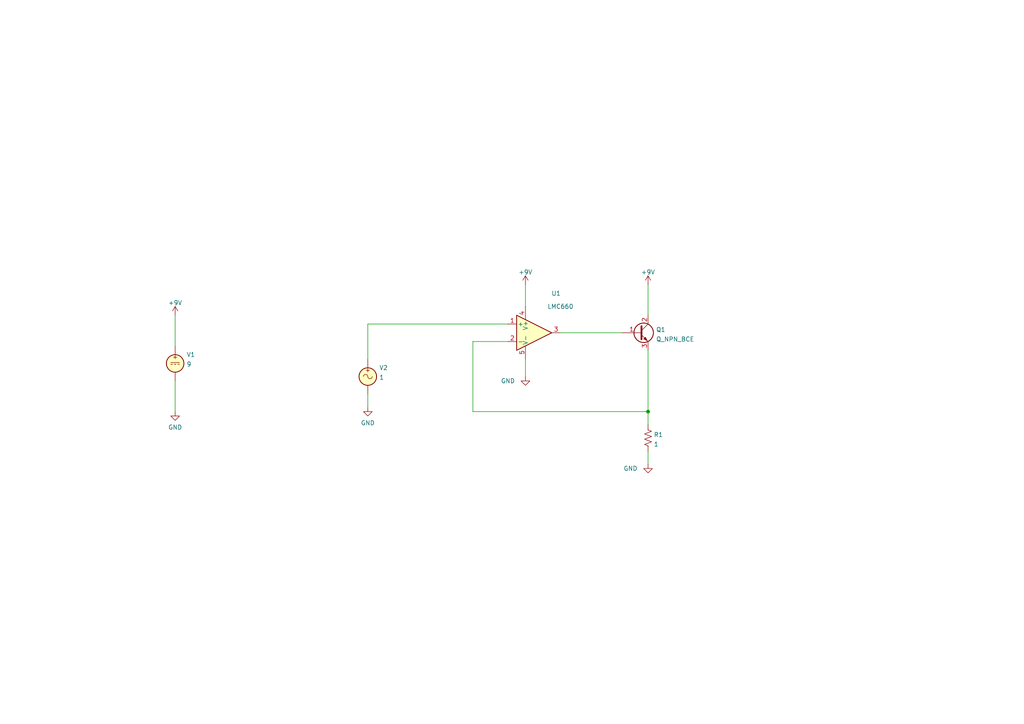
<source format=kicad_sch>
(kicad_sch (version 20211123) (generator eeschema)
  (paper "A4")
  (lib_symbols
    (symbol "Device:Q_NPN_BCE" (pin_names (offset 0) hide)
      (property "Reference" "Q" (at 5.08 1.27 0))
      (property "Value" "Q_NPN_BCE" (at 5.08 -1.27 0))
      (symbol "Q_NPN_BCE_0_1"
        (polyline (pts (xy 0.635 0.635) (xy 2.54 2.54)))
        (polyline (pts (xy 0.635 -0.635) (xy 2.54 -2.54) (xy 2.54 -2.54)))
        (polyline (pts (xy 0.635 1.905) (xy 0.635 -1.905) (xy 0.635 -1.905)) (stroke (width 0.508)))
        (polyline (pts (xy 1.27 -1.778) (xy 1.778 -1.27) (xy 2.286 -2.286) (xy 1.27 -1.778) (xy 1.27 -1.778)) (fill (type outline)))
        (circle (center 1.27 0) (radius 2.8194) (stroke (width 0.254)))
      )
      (symbol "Q_NPN_BCE_1_1"
        (pin input line (at -5.08 0 0) (length 5.715) (name "B") (number "1"))
        (pin passive line (at 2.54 5.08 270) (length 2.54) (name "C") (number "2"))
        (pin passive line (at 2.54 -5.08 90) (length 2.54) (name "E") (number "3"))
      )
    )
    (symbol "Device:R_US" (pin_numbers hide) (pin_names (offset 0))
      (property "Reference" "R" (at 2.54 0 90))
      (property "Value" "R_US" (at -2.54 0 90))
      (symbol "R_US_0_1"
        (polyline (pts (xy 0 -2.286) (xy 0 -2.54)))
        (polyline (pts (xy 0 2.286) (xy 0 2.54)))
        (polyline (pts (xy 0 -0.762) (xy 1.016 -1.143) (xy 0 -1.524) (xy -1.016 -1.905) (xy 0 -2.286)))
        (polyline (pts (xy 0 0.762) (xy 1.016 0.381) (xy 0 0) (xy -1.016 -0.381) (xy 0 -0.762)))
        (polyline (pts (xy 0 2.286) (xy 1.016 1.905) (xy 0 1.524) (xy -1.016 1.143) (xy 0 0.762)))
      )
      (symbol "R_US_1_1"
        (pin passive line (at 0 3.81 270) (length 1.27) (name "~") (number "1"))
        (pin passive line (at 0 -3.81 90) (length 1.27) (name "~") (number "2"))
      )
    )
    (symbol "Simulation_SPICE:OPAMP" (pin_names (offset 0.254))
      (property "Reference" "U" (at 3.81 3.175 0))
      (property "Value" "OPAMP" (at 3.81 -3.175 0))
      (symbol "OPAMP_0_1"
        (polyline (pts (xy 5.08 0) (xy -5.08 5.08) (xy -5.08 -5.08) (xy 5.08 0)) (stroke (width 0.254)) (fill (type background)))
      )
      (symbol "OPAMP_1_1"
        (pin input line (at -7.62 2.54 0) (length 2.54) (name "+") (number "1"))
        (pin input line (at -7.62 -2.54 0) (length 2.54) (name "-") (number "2"))
        (pin output line (at 7.62 0 180) (length 2.54) (name "~") (number "3"))
        (pin power_in line (at -2.54 7.62 270) (length 3.81) (name "V+") (number "4"))
        (pin power_in line (at -2.54 -7.62 90) (length 3.81) (name "V-") (number "5"))
      )
    )
    (symbol "Simulation_SPICE:VDC" (pin_numbers hide) (pin_names (offset 0.0254))
      (property "Reference" "V" (at 2.54 2.54 0))
      (property "Value" "VDC" (at 2.54 0 0))
      (property "Spice_Model" "dc(1)" (at 2.54 -2.54 0))
      (symbol "VDC_0_0"
        (polyline (pts (xy -1.27 0.254) (xy 1.27 0.254)))
        (polyline (pts (xy -0.762 -0.254) (xy -1.27 -0.254)))
        (polyline (pts (xy 0.254 -0.254) (xy -0.254 -0.254)))
        (polyline (pts (xy 1.27 -0.254) (xy 0.762 -0.254)))
        (text "+" (at 0 1.905 0) (effects (font (size 1.27 1.27))))
      )
      (symbol "VDC_0_1"
        (circle (center 0 0) (radius 2.54) (stroke (width 0.254)) (fill (type background)))
      )
      (symbol "VDC_1_1"
        (pin passive line (at 0 5.08 270) (length 2.54) (name "~") (number "1"))
        (pin passive line (at 0 -5.08 90) (length 2.54) (name "~") (number "2"))
      )
    )
    (symbol "Simulation_SPICE:VSIN" (pin_numbers hide) (pin_names (offset 0.0254))
      (property "Reference" "V" (at 2.54 2.54 0))
      (property "Value" "VSIN" (at 2.54 0 0))
      (property "Spice_Model" "sin(0 1 1k)" (at 2.54 -2.54 0))
      (symbol "VSIN_0_0"
        (arc (start 0 0) (mid -0.635 0.635) (end -1.27 0))
        (arc (start 0 0) (mid 0.635 -0.635) (end 1.27 0))
        (text "+" (at 0 1.905 0) (effects (font (size 1.27 1.27))))
      )
      (symbol "VSIN_0_1"
        (circle (center 0 0) (radius 2.54) (stroke (width 0.254)) (fill (type background)))
      )
      (symbol "VSIN_1_1"
        (pin passive line (at 0 5.08 270) (length 2.54) (name "~") (number "1"))
        (pin passive line (at 0 -5.08 90) (length 2.54) (name "~") (number "2"))
      )
    )
    (symbol "power:+9V" (power) (pin_names (offset 0))
      (property "Value" "+9V" (at 0 3.556 0))
      (symbol "+9V_0_1"
        (polyline (pts (xy -0.762 1.27) (xy 0 2.54)))
        (polyline (pts (xy 0 0) (xy 0 2.54)))
        (polyline (pts (xy 0 2.54) (xy 0.762 1.27)))
      )
      (symbol "+9V_1_1"
        (pin power_in line (at 0 0 90) (length 0) hide (name "+9V") (number "1"))
      )
    )
    (symbol "power:GND" (power) (pin_names (offset 0))
      (property "Value" "GND" (at 0 -3.81 0))
      (symbol "GND_0_1"
        (polyline (pts (xy 0 0) (xy 0 -1.27) (xy 1.27 -1.27) (xy 0 -2.54) (xy -1.27 -1.27) (xy 0 -1.27)))
      )
      (symbol "GND_1_1"
        (pin power_in line (at 0 0 270) (length 0) hide (name "GND") (number "1"))
      )
    )
  )
  (junction (at 187.96 119.38))
  (wire (pts (xy 187.96 119.38) (xy 187.96 101.6)))
  (wire (pts (xy 187.96 119.38) (xy 187.96 123.19)))
  (wire (pts (xy 187.96 82.55) (xy 187.96 91.44)))
  (wire (pts (xy 152.4 104.14) (xy 152.4 109.22)))
  (wire (pts (xy 147.32 99.06) (xy 137.16 99.06)))
  (wire (pts (xy 137.16 99.06) (xy 137.16 119.38)))
  (wire (pts (xy 187.96 130.81) (xy 187.96 134.62)))
  (wire (pts (xy 106.68 93.98) (xy 147.32 93.98)))
  (wire (pts (xy 137.16 119.38) (xy 187.96 119.38)))
  (wire (pts (xy 106.68 114.3) (xy 106.68 118.11)))
  (wire (pts (xy 152.4 82.55) (xy 152.4 88.9)))
  (wire (pts (xy 50.8 100.33) (xy 50.8 91.44)))
  (wire (pts (xy 162.56 96.52) (xy 180.34 96.52)))
  (wire (pts (xy 106.68 104.14) (xy 106.68 93.98)))
  (wire (pts (xy 50.8 110.49) (xy 50.8 119.38)))
  (symbol (lib_id "Device:R_US") (at 187.96 127 0) (unit 1)
    (property "Reference" "R1" (at 189.611 126.0915 0) (effects (justify left)))
    (property "Value" "1" (at 189.611 128.8666 0) (effects (justify left)))
    (property "Spice_Primitive" "R" (effects hide))
    (property "Spice_Model" "1" (effects hide))
    (property "Spice_Netlist_Enabled" "Y" (effects hide))
  )
  (symbol (lib_id "power:+9V") (at 187.96 82.55 0) (unit 1)
    (property "Reference" "#PWR06" (effects hide))
    (property "Value" "+9V" (at 187.96 78.9455 0))
  )
  (symbol (lib_id "power:GND") (at 50.8 119.38 0) (unit 1)
    (property "Reference" "#PWR02" (effects hide))
    (property "Value" "GND" (at 50.8 123.9425 0))
  )
  (symbol (lib_id "power:GND") (at 187.96 134.62 0) (unit 1)
    (property "Reference" "#PWR07" (effects hide))
    (property "Value" "GND" (at 182.88 135.89 0))
  )
  (symbol (lib_id "power:GND") (at 106.68 118.11 0) (unit 1)
    (property "Reference" "#PWR03" (effects hide))
    (property "Value" "GND" (at 106.68 122.6725 0))
  )
  (symbol (lib_id "power:GND") (at 152.4 109.22 0) (unit 1)
    (property "Reference" "#PWR05" (effects hide))
    (property "Value" "GND" (at 147.32 110.49 0))
  )
  (symbol (lib_id "Simulation_SPICE:VSIN") (at 106.68 109.22 0) (unit 1)
    (property "Reference" "V2" (at 109.982 106.6746 0) (effects (justify left)))
    (property "Value" "1" (at 109.982 109.4497 0) (effects (justify left)))
    (property "Spice_Netlist_Enabled" "Y" (effects hide))
    (property "Spice_Primitive" "V" (effects hide))
    (property "Spice_Model" "dc 1" (at 109.982 112.2248 0) (effects (justify left)))
  )
  (symbol (lib_id "Simulation_SPICE:VDC") (at 50.8 105.41 0) (unit 1)
    (property "Reference" "V1" (at 54.102 102.8646 0) (effects (justify left)))
    (property "Value" "9" (at 54.102 105.6397 0) (effects (justify left)))
    (property "Spice_Netlist_Enabled" "Y" (effects hide))
    (property "Spice_Primitive" "V" (effects hide))
    (property "Spice_Model" "dc 9" (at 54.102 108.4148 0) (effects (justify left)))
  )
  (symbol (lib_id "Device:Q_NPN_BCE") (at 185.42 96.52 0) (unit 1)
    (property "Reference" "Q1" (at 190.2714 95.6115 0) (effects (justify left)))
    (property "Value" "Q_NPN_BCE" (at 190.2714 98.3866 0) (effects (justify left)))
    (property "Spice_Primitive" "X" (effects hide))
    (property "Spice_Model" "SC5242" (effects hide))
    (property "Spice_Netlist_Enabled" "Y" (effects hide))
    (property "Spice_Lib_File" "2SC5242.lib" (effects hide))
    (property "Spice_Node_Sequence" "1 2 3" (effects hide))
  )
  (symbol (lib_id "power:+9V") (at 152.4 82.55 0) (unit 1)
    (property "Reference" "#PWR04" (effects hide))
    (property "Value" "+9V" (at 152.4 78.9455 0))
  )
  (symbol (lib_id "power:+9V") (at 50.8 91.44 0) (unit 1)
    (property "Reference" "#PWR01" (effects hide))
    (property "Value" "+9V" (at 50.8 87.8355 0))
  )
  (symbol (lib_id "Simulation_SPICE:OPAMP") (at 154.94 96.52 0) (unit 1)
    (property "Reference" "U1" (at 161.29 85.09 0))
    (property "Value" "LMC660" (at 162.56 88.9 0))
    (property "Spice_Netlist_Enabled" "Y" (effects hide))
    (property "Spice_Primitive" "X" (effects hide))
    (property "Spice_Model" "LMC660A" (effects hide))
    (property "Spice_Lib_File" "LMC660.LIB" (effects hide))
    (property "Spice_Node_Sequence" "1 2 4 5 3" (effects hide))
  )
)
</source>
